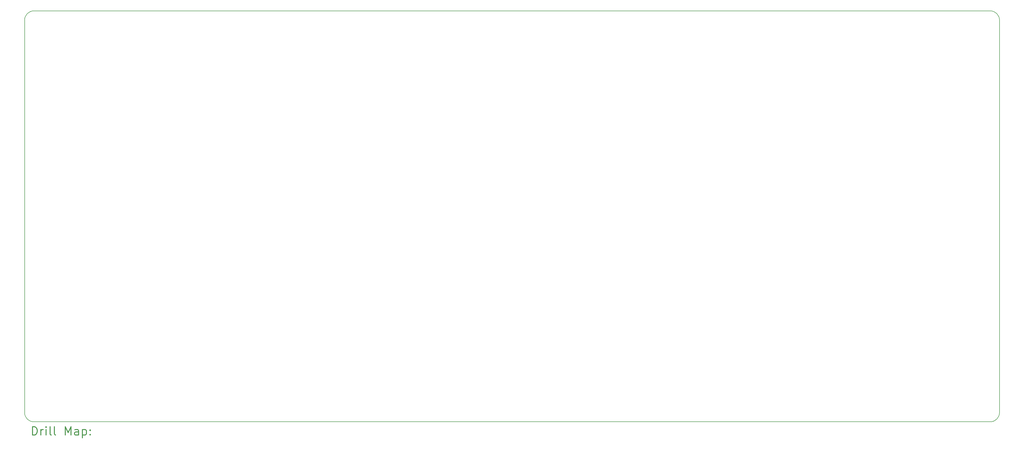
<source format=gbr>
%FSLAX45Y45*%
G04 Gerber Fmt 4.5, Leading zero omitted, Abs format (unit mm)*
G04 Created by KiCad (PCBNEW 5.1.10-88a1d61d58~90~ubuntu21.04.1) date 2021-08-16 11:58:26*
%MOMM*%
%LPD*%
G01*
G04 APERTURE LIST*
%TA.AperFunction,Profile*%
%ADD10C,0.150000*%
%TD*%
%ADD11C,0.200000*%
%ADD12C,0.300000*%
G04 APERTURE END LIST*
D10*
X3655060Y-20417584D02*
X3655060Y-6417346D01*
X38421310Y-20416984D02*
G75*
G02*
X38090904Y-20747990I-330706J-300D01*
G01*
X38090304Y-6086340D02*
G75*
G02*
X38421310Y-6416746I300J-330706D01*
G01*
X3655060Y-6417346D02*
G75*
G02*
X3985466Y-6086340I330706J300D01*
G01*
X3986066Y-20747990D02*
G75*
G02*
X3655060Y-20417584I-300J330706D01*
G01*
X38421310Y-6416746D02*
X38421310Y-20416984D01*
X38090904Y-20747990D02*
X3986066Y-20747990D01*
X3985466Y-6086340D02*
X38090304Y-6086340D01*
D11*
D12*
X3933988Y-21221204D02*
X3933988Y-20921204D01*
X4005417Y-20921204D01*
X4048274Y-20935490D01*
X4076846Y-20964062D01*
X4091131Y-20992633D01*
X4105417Y-21049776D01*
X4105417Y-21092633D01*
X4091131Y-21149776D01*
X4076846Y-21178347D01*
X4048274Y-21206919D01*
X4005417Y-21221204D01*
X3933988Y-21221204D01*
X4233988Y-21221204D02*
X4233988Y-21021204D01*
X4233988Y-21078347D02*
X4248274Y-21049776D01*
X4262560Y-21035490D01*
X4291131Y-21021204D01*
X4319703Y-21021204D01*
X4419703Y-21221204D02*
X4419703Y-21021204D01*
X4419703Y-20921204D02*
X4405417Y-20935490D01*
X4419703Y-20949776D01*
X4433988Y-20935490D01*
X4419703Y-20921204D01*
X4419703Y-20949776D01*
X4605417Y-21221204D02*
X4576846Y-21206919D01*
X4562560Y-21178347D01*
X4562560Y-20921204D01*
X4762560Y-21221204D02*
X4733988Y-21206919D01*
X4719703Y-21178347D01*
X4719703Y-20921204D01*
X5105417Y-21221204D02*
X5105417Y-20921204D01*
X5205417Y-21135490D01*
X5305417Y-20921204D01*
X5305417Y-21221204D01*
X5576846Y-21221204D02*
X5576846Y-21064062D01*
X5562560Y-21035490D01*
X5533988Y-21021204D01*
X5476846Y-21021204D01*
X5448274Y-21035490D01*
X5576846Y-21206919D02*
X5548274Y-21221204D01*
X5476846Y-21221204D01*
X5448274Y-21206919D01*
X5433988Y-21178347D01*
X5433988Y-21149776D01*
X5448274Y-21121204D01*
X5476846Y-21106919D01*
X5548274Y-21106919D01*
X5576846Y-21092633D01*
X5719703Y-21021204D02*
X5719703Y-21321204D01*
X5719703Y-21035490D02*
X5748274Y-21021204D01*
X5805417Y-21021204D01*
X5833988Y-21035490D01*
X5848274Y-21049776D01*
X5862560Y-21078347D01*
X5862560Y-21164062D01*
X5848274Y-21192633D01*
X5833988Y-21206919D01*
X5805417Y-21221204D01*
X5748274Y-21221204D01*
X5719703Y-21206919D01*
X5991131Y-21192633D02*
X6005417Y-21206919D01*
X5991131Y-21221204D01*
X5976846Y-21206919D01*
X5991131Y-21192633D01*
X5991131Y-21221204D01*
X5991131Y-21035490D02*
X6005417Y-21049776D01*
X5991131Y-21064062D01*
X5976846Y-21049776D01*
X5991131Y-21035490D01*
X5991131Y-21064062D01*
M02*

</source>
